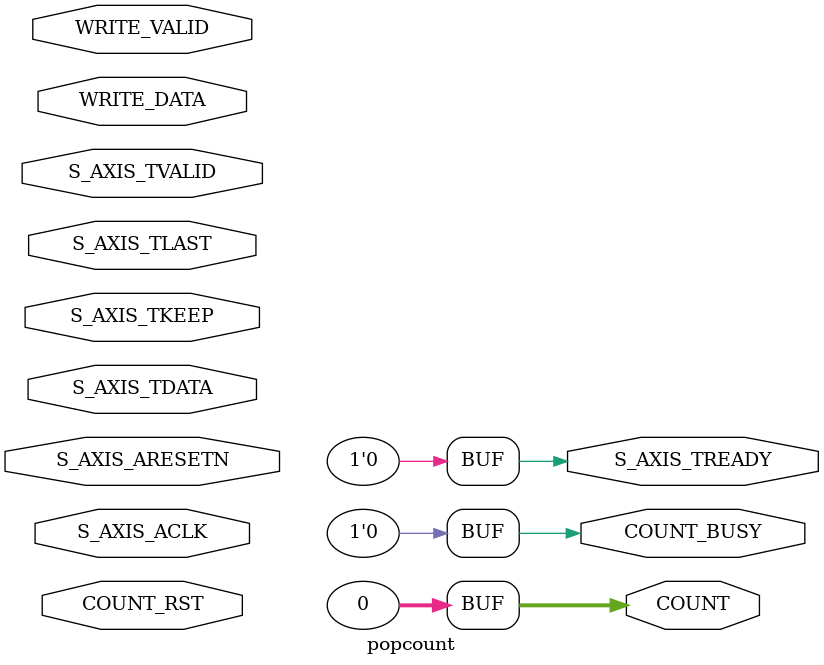
<source format=sv>
`timescale 1ns / 1ps


module popcount(

        //AXI4-Stream SIGNALS
        input               S_AXIS_ACLK,
        input               S_AXIS_ARESETN,
		input [31:0]        S_AXIS_TDATA,
        input [3:0]         S_AXIS_TKEEP,
        input               S_AXIS_TLAST, //TLAST represents end of DMA transfer
        input               S_AXIS_TVALID,
        output              S_AXIS_TREADY,

        //MMIO Inputs
        input [31:0]        WRITE_DATA,
        input               WRITE_VALID,
        
        // Count signals
        output reg [31:0]   COUNT,
        input               COUNT_RST,
        output reg          COUNT_BUSY //busy = 1 when counting is happening, busy=0 at idle 
        
    );
   
    assign S_AXIS_TREADY = 1'h0;
   
    // update me!
    assign COUNT = 32'h0;
    assign COUNT_BUSY = 1'h0;

endmodule

</source>
